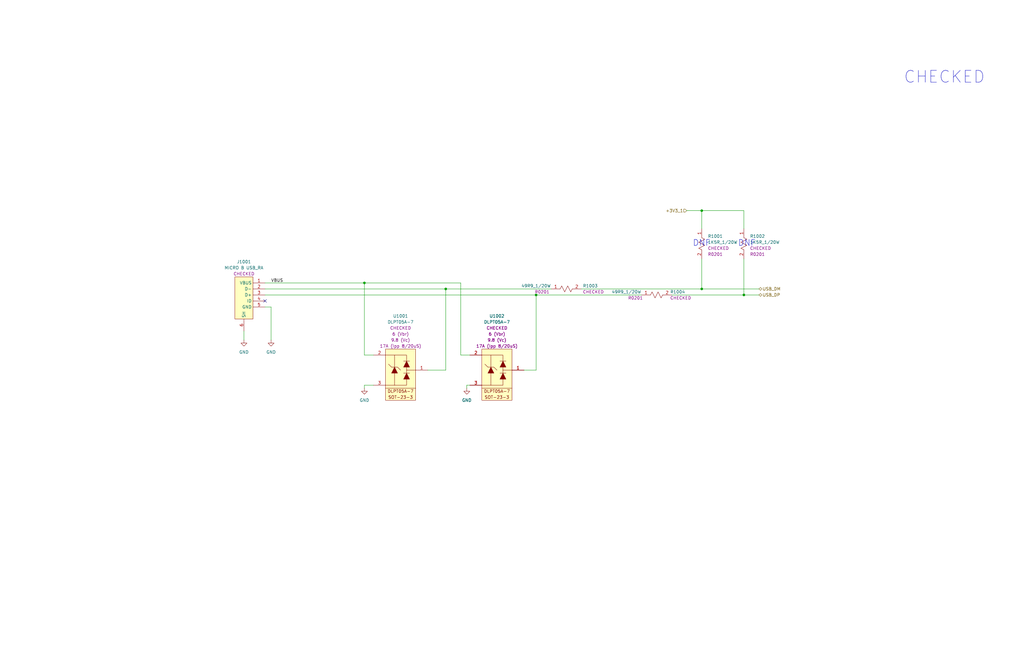
<source format=kicad_sch>
(kicad_sch (version 20230121) (generator eeschema)
  (paper "B")
  (title_block (title "Hot Plate") (date "09/15/2023") (rev "v1.0") (company "Mend0z0") (comment 1 "v1") (comment 3 "Siavash Taher Parvar") (comment 8 "N/A"))
  (lib_symbols
    (symbol "_SCHLIB_HotPlate:CONN_USB MICRO B-10118194-0001LF"
      (property "Reference" "J" (at 2.54 2.54 0))
      (property "Value" "MICRO B USB_RA" (at 2.54 5.08 0))
      (property "SCH CHECK" "CHECKED" (at 2.54 20.32 0))
      (symbol "CONN_USB MICRO B-10118194-0001LF_0_1"
        (rectangle (start 0 0) (end 7.62 -17.78) (fill (type background)))
      )
      (symbol "CONN_USB MICRO B-10118194-0001LF_1_1"
        (pin passive line (at 12.7 -2.54 180) (length 5.08) (name "VBUS") (number "1"))
        (pin passive line (at 12.7 -5.08 180) (length 5.08) (name "D-") (number "2"))
        (pin passive line (at 12.7 -7.62 180) (length 5.08) (name "D+") (number "3"))
        (pin passive line (at 12.7 -10.16 180) (length 5.08) (name "ID") (number "4"))
        (pin passive line (at 12.7 -12.7 180) (length 5.08) (name "GND") (number "5"))
        (pin passive line (at 3.81 -22.86 90) (length 5.08) (name "SH") (number "6"))
      )
    )
    (symbol "_SCHLIB_HotPlate:RES_1K5R_1/20W_R0201"
      (property "Reference" "R" (at 2.54 5.08 0))
      (property "Value" "1K5R_1/20W" (at 2.54 7.62 0))
      (property "SCH CHECK" "CHECKED" (at 2.54 22.86 0))
      (property "Package" "R0201" (at 2.54 25.4 0))
      (symbol "RES_1K5R_1/20W_R0201_0_0"
        (polyline (pts (xy 3.81 0) (xy 4.445 1.27) (xy 5.715 -1.27) (xy 6.985 1.27) (xy 8.255 -1.27) (xy 8.89 0)))
      )
      (symbol "RES_1K5R_1/20W_R0201_1_1"
        (pin passive line (at 0 0 0) (length 3.81) (name "") (number "1"))
        (pin passive line (at 12.7 0 180) (length 3.81) (name "") (number "2"))
      )
    )
    (symbol "_SCHLIB_HotPlate:RES_49R9_1/20W-R0201"
      (property "Reference" "R" (at 2.54 3.81 0))
      (property "Value" "49R9_1/20W" (at 2.54 6.35 0))
      (property "SCH CHECK" "CHECKED" (at 2.54 21.59 0))
      (property "Package" "R0201" (at 2.54 24.13 0))
      (symbol "RES_49R9_1/20W-R0201_0_0"
        (polyline (pts (xy 3.81 0) (xy 4.445 1.27) (xy 5.715 -1.27) (xy 6.985 1.27) (xy 8.255 -1.27) (xy 8.89 0)))
      )
      (symbol "RES_49R9_1/20W-R0201_1_1"
        (pin passive line (at 0 0 0) (length 3.81) (name "") (number "1"))
        (pin passive line (at 12.7 0 180) (length 3.81) (name "") (number "2"))
      )
    )
    (symbol "_SCHLIB_HotPlate:TVS_DLPT05A-7_SOT_23"
      (property "Reference" "U" (at 2.54 3.81 0))
      (property "Value" "DLPT05A-7" (at 2.54 6.35 0))
      (property "SCH CHECK" "CHECKED" (at 2.54 21.59 0))
      (property "Vbr" "6 (Vbr)" (at 2.54 26.67 0))
      (property "Vc" "9.8 (Vc)" (at 2.54 29.21 0))
      (property "Ipp" "17A (Ipp 8/20uS)" (at 2.54 24.13 0))
      (symbol "TVS_DLPT05A-7_SOT_23_0_0"
        (text "DLPT05A-7" (at 6.35 -17.78 0) (effects (font (size 1.27 1.27))))
        (text "SOT-23-3" (at 6.35 -20.32 0) (effects (font (size 1.27 1.27))))
      )
      (symbol "TVS_DLPT05A-7_SOT_23_0_1"
        (polyline (pts (xy 0 -16.51) (xy 12.7 -16.51)))
        (polyline (pts (xy 7.62 -10.16) (xy 10.16 -10.16)))
        (polyline (pts (xy 8.89 -8.89) (xy 8.89 -10.16)))
        (polyline (pts (xy 8.89 -7.62) (xy 8.89 -8.89)))
        (polyline (pts (xy 10.16 -5.08) (xy 7.62 -5.08)))
        (polyline (pts (xy 12.7 -8.89) (xy 8.89 -8.89)))
        (polyline (pts (xy 0 -2.54) (xy 3.81 -2.54) (xy 3.81 -7.62)))
        (polyline (pts (xy 3.81 -10.16) (xy 3.81 -15.24) (xy 0 -15.24)))
        (polyline (pts (xy 8.89 -12.7) (xy 8.89 -15.24) (xy 3.81 -15.24)))
        (polyline (pts (xy 8.89 -5.08) (xy 8.89 -2.54) (xy 3.81 -2.54)))
        (polyline (pts (xy 2.54 -10.16) (xy 5.08 -10.16) (xy 3.81 -7.62) (xy 2.54 -10.16)) (fill (type outline)))
        (polyline (pts (xy 6.35 -8.89) (xy 5.08 -7.62) (xy 2.54 -7.62) (xy 1.27 -6.35)))
        (polyline (pts (xy 7.62 -12.7) (xy 10.16 -12.7) (xy 8.89 -10.16) (xy 7.62 -12.7)) (fill (type outline)))
        (polyline (pts (xy 7.62 -7.62) (xy 10.16 -7.62) (xy 8.89 -5.08) (xy 7.62 -7.62)) (fill (type outline)))
        (rectangle (start 0 0) (end 12.7 -21.59) (fill (type background)))
      )
      (symbol "TVS_DLPT05A-7_SOT_23_1_1"
        (pin passive line (at 17.78 -8.89 180) (length 5.08) (name "") (number "1"))
        (pin passive line (at -5.08 -2.54 0) (length 5.08) (name "") (number "2"))
        (pin passive line (at -5.08 -15.24 0) (length 5.08) (name "") (number "3"))
      )
    )
    (symbol "power:GND" (power) (pin_names (offset 0))
      (property "Value" "GND" (at 0 -3.81 0))
      (symbol "GND_0_1"
        (polyline (pts (xy 0 0) (xy 0 -1.27) (xy 1.27 -1.27) (xy 0 -2.54) (xy -1.27 -1.27) (xy 0 -1.27)))
      )
      (symbol "GND_1_1"
        (pin power_in line (at 0 0 270) (length 0) hide (name "GND") (number "1"))
      )
    )
  )
  (junction (at 187.96 121.92))
  (junction (at 295.91 121.92))
  (junction (at 153.67 119.38))
  (junction (at 226.06 124.46))
  (junction (at 313.69 124.46))
  (junction (at 295.91 88.9))
  (no_connect (at 111.76 127))
  (wire (pts (xy 194.31 149.86) (xy 194.31 119.38)))
  (wire (pts (xy 111.76 124.46) (xy 226.06 124.46)))
  (wire (pts (xy 194.31 119.38) (xy 153.67 119.38)))
  (wire (pts (xy 111.76 129.54) (xy 114.3 129.54)))
  (wire (pts (xy 196.85 162.56) (xy 198.12 162.56)))
  (wire (pts (xy 283.21 124.46) (xy 313.69 124.46)))
  (wire (pts (xy 114.3 129.54) (xy 114.3 143.51)))
  (wire (pts (xy 313.69 109.22) (xy 313.69 124.46)))
  (wire (pts (xy 245.11 121.92) (xy 295.91 121.92)))
  (wire (pts (xy 313.69 96.52) (xy 313.69 88.9)))
  (wire (pts (xy 102.87 139.7) (xy 102.87 143.51)))
  (wire (pts (xy 313.69 124.46) (xy 320.04 124.46)))
  (wire (pts (xy 226.06 156.21) (xy 226.06 124.46)))
  (wire (pts (xy 220.98 156.21) (xy 226.06 156.21)))
  (wire (pts (xy 187.96 156.21) (xy 187.96 121.92)))
  (wire (pts (xy 187.96 121.92) (xy 232.41 121.92)))
  (wire (pts (xy 313.69 88.9) (xy 295.91 88.9)))
  (wire (pts (xy 111.76 119.38) (xy 153.67 119.38)))
  (wire (pts (xy 295.91 121.92) (xy 320.04 121.92)))
  (wire (pts (xy 289.56 88.9) (xy 295.91 88.9)))
  (wire (pts (xy 111.76 121.92) (xy 187.96 121.92)))
  (wire (pts (xy 196.85 163.83) (xy 196.85 162.56)))
  (wire (pts (xy 153.67 149.86) (xy 157.48 149.86)))
  (wire (pts (xy 198.12 149.86) (xy 194.31 149.86)))
  (wire (pts (xy 153.67 119.38) (xy 153.67 149.86)))
  (wire (pts (xy 180.34 156.21) (xy 187.96 156.21)))
  (wire (pts (xy 226.06 124.46) (xy 270.51 124.46)))
  (wire (pts (xy 295.91 88.9) (xy 295.91 96.52)))
  (wire (pts (xy 153.67 162.56) (xy 157.48 162.56)))
  (wire (pts (xy 295.91 109.22) (xy 295.91 121.92)))
  (wire (pts (xy 153.67 163.83) (xy 153.67 162.56)))
  (text "DNF" (at 311.15 104.14 0) (effects (font (size 2.54 2.54)) (justify left bottom)))
  (text "DNF" (at 292.1 104.14 0) (effects (font (size 2.54 2.54)) (justify left bottom)))
  (text "CHECKED" (at 381 35.56 0) (effects (font (size 5 5)) (justify left bottom)))
  (label "VBUS" (at 114.3 119.38 0))
  (hierarchical_label "USB_DP" (shape bidirectional) (at 320.04 124.46 0))
  (hierarchical_label "USB_DM" (shape bidirectional) (at 320.04 121.92 0))
  (hierarchical_label "+3V3_1" (shape input) (at 289.56 88.9 180))
  (symbol (lib_id "power:GND") (at 102.87 143.51 0) (unit 1)
    (property "Reference" "#PWR01001" (effects hide))
    (property "Value" "GND" (at 102.87 148.59 0))
  )
  (symbol (lib_id "_SCHLIB_HotPlate:TVS_DLPT05A-7_SOT_23") (at 203.2 147.32 0) (unit 1)
    (property "Reference" "U1002" (at 209.55 133.35 0))
    (property "Value" "DLPT05A-7" (at 209.55 135.89 0))
    (property "Footprint" "Package_TO_SOT_SMD:SOT-23" (effects hide))
    (property "Datasheet" "https://mm.digikey.com/Volume0/opasdata/d220001/medias/docus/4176/DLPT05A_Rev2-2_Nov2022.pdf" (effects hide))
    (property "Description" "9.8V Clamp 17A (8/20µs) Ipp Tvs Diode Surface Mount SOT-23-3" (effects hide))
    (property "Part Number" "DLPT05A-7" (effects hide))
    (property "Link" "https://www.digikey.ca/en/products/detail/diodes-incorporated/DLPT05A-7/17050612" (effects hide))
    (property "SCH CHECK" "CHECKED" (at 209.55 138.43 0))
    (property "Vbr" "6 (Vbr)" (at 209.55 140.97 0))
    (property "Vc" "9.8 (Vc)" (at 209.55 143.51 0))
    (property "Ipp" "17A (Ipp 8/20uS)" (at 209.55 146.05 0))
  )
  (symbol (lib_id "_SCHLIB_HotPlate:RES_1K5R_1/20W_R0201") (at 313.69 96.52 270) (unit 1)
    (property "Reference" "R1002" (at 316.23 99.695 90) (effects (justify left)))
    (property "Value" "1K5R_1/20W" (at 316.23 102.235 90) (effects (justify left)))
    (property "Footprint" "Resistor_SMD:R_0201_0603Metric" (effects hide))
    (property "Datasheet" "https://www.yageo.com/upload/media/product/productsearch/datasheet/rchip/PYu-RC_Group_51_RoHS_L_12.pdf" (effects hide))
    (property "Description" "1.4 kOhms ±1% 0.05W, 1/20W Chip Resistor 0201 (0603 Metric) Moisture Resistant Thick Film" (effects hide))
    (property "Part Number" "RC0201FR-071K4L" (effects hide))
    (property "Link" "https://www.digikey.ca/en/products/detail/yageo/RC0201FR-071K4L/5280343" (effects hide))
    (property "SCH CHECK" "CHECKED" (at 316.23 104.775 90) (effects (justify left)))
    (property "Package" "R0201" (at 316.23 107.315 90) (effects (justify left)))
  )
  (symbol (lib_id "_SCHLIB_HotPlate:RES_1K5R_1/20W_R0201") (at 295.91 96.52 270) (unit 1)
    (property "Reference" "R1001" (at 298.45 99.695 90) (effects (justify left)))
    (property "Value" "1K5R_1/20W" (at 298.45 102.235 90) (effects (justify left)))
    (property "Footprint" "Resistor_SMD:R_0201_0603Metric" (effects hide))
    (property "Datasheet" "https://www.yageo.com/upload/media/product/productsearch/datasheet/rchip/PYu-RC_Group_51_RoHS_L_12.pdf" (effects hide))
    (property "Description" "1.4 kOhms ±1% 0.05W, 1/20W Chip Resistor 0201 (0603 Metric) Moisture Resistant Thick Film" (effects hide))
    (property "Part Number" "RC0201FR-071K4L" (effects hide))
    (property "Link" "https://www.digikey.ca/en/products/detail/yageo/RC0201FR-071K4L/5280343" (effects hide))
    (property "SCH CHECK" "CHECKED" (at 298.45 104.775 90) (effects (justify left)))
    (property "Package" "R0201" (at 298.45 107.315 90) (effects (justify left)))
  )
  (symbol (lib_id "power:GND") (at 196.85 163.83 0) (unit 1)
    (property "Reference" "#PWR01004" (effects hide))
    (property "Value" "GND" (at 196.85 168.91 0))
  )
  (symbol (lib_id "power:GND") (at 114.3 143.51 0) (unit 1)
    (property "Reference" "#PWR01002" (effects hide))
    (property "Value" "GND" (at 114.3 148.59 0))
  )
  (symbol (lib_id "_SCHLIB_HotPlate:TVS_DLPT05A-7_SOT_23") (at 162.56 147.32 0) (unit 1)
    (property "Reference" "U1001" (at 168.91 133.35 0))
    (property "Value" "DLPT05A-7" (at 168.91 135.89 0))
    (property "Footprint" "Package_TO_SOT_SMD:SOT-23" (effects hide))
    (property "Datasheet" "https://mm.digikey.com/Volume0/opasdata/d220001/medias/docus/4176/DLPT05A_Rev2-2_Nov2022.pdf" (effects hide))
    (property "Description" "9.8V Clamp 17A (8/20µs) Ipp Tvs Diode Surface Mount SOT-23-3" (effects hide))
    (property "Part Number" "DLPT05A-7" (effects hide))
    (property "Link" "https://www.digikey.ca/en/products/detail/diodes-incorporated/DLPT05A-7/17050612" (effects hide))
    (property "SCH CHECK" "CHECKED" (at 168.91 138.43 0))
    (property "Vbr" "6 (Vbr)" (at 168.91 140.97 0))
    (property "Vc" "9.8 (Vc)" (at 168.91 143.51 0))
    (property "Ipp" "17A (Ipp 8/20uS)" (at 168.91 146.05 0))
  )
  (symbol (lib_id "_SCHLIB_HotPlate:CONN_USB MICRO B-10118194-0001LF") (at 99.06 116.84 0) (unit 1)
    (property "Reference" "J1001" (at 102.87 110.49 0))
    (property "Value" "MICRO B USB_RA" (at 102.87 113.03 0))
    (property "Footprint" "Connector_USB:USB_Micro-B_Amphenol_10118194_Horizontal" (effects hide))
    (property "Datasheet" "https://www.amphenol-cs.com/media/wysiwyg/files/drawing/10118194.pdf" (effects hide))
    (property "Description" "USB - micro B USB 2.0 Receptacle Connector 5 Position Surface Mount, Right Angle; Through Hole" (effects hide))
    (property "Part Number" "10118194-0001LF" (effects hide))
    (property "Link" "https://www.digikey.ca/en/products/detail/amphenol-cs-fci/10118194-0001LF/2785389" (effects hide))
    (property "SCH CHECK" "CHECKED" (at 102.87 115.57 0))
  )
  (symbol (lib_id "_SCHLIB_HotPlate:RES_49R9_1/20W-R0201") (at 232.41 121.92 0) (unit 1)
    (property "Reference" "R1003" (at 248.92 120.65 0))
    (property "Value" "49R9_1/20W" (at 226.06 120.65 0))
    (property "Footprint" "Resistor_SMD:R_0201_0603Metric" (effects hide))
    (property "Datasheet" "https://www.seielect.com/Catalog/SEI-RMCF_RMCP.pdf" (effects hide))
    (property "Description" "49.9 Ohms ±1% 0.05W, 1/20W Chip Resistor 0201 (0603 Metric) Thick Film" (effects hide))
    (property "Part Number" "RMCF0201FT49R9" (effects hide))
    (property "Link" "https://www.digikey.ca/en/products/detail/stackpole-electronics-inc/RMCF0201FT49R9/1715030" (effects hide))
    (property "SCH CHECK" "CHECKED" (at 250.19 123.19 0))
    (property "Package" "R0201" (at 228.6 123.19 0))
  )
  (symbol (lib_id "_SCHLIB_HotPlate:RES_49R9_1/20W-R0201") (at 270.51 124.46 0) (unit 1)
    (property "Reference" "R1004" (at 285.75 123.19 0))
    (property "Value" "49R9_1/20W" (at 264.16 123.19 0))
    (property "Footprint" "Resistor_SMD:R_0201_0603Metric" (effects hide))
    (property "Datasheet" "https://www.seielect.com/Catalog/SEI-RMCF_RMCP.pdf" (effects hide))
    (property "Description" "49.9 Ohms ±1% 0.05W, 1/20W Chip Resistor 0201 (0603 Metric) Thick Film" (effects hide))
    (property "Part Number" "RMCF0201FT49R9" (effects hide))
    (property "Link" "https://www.digikey.ca/en/products/detail/stackpole-electronics-inc/RMCF0201FT49R9/1715030" (effects hide))
    (property "SCH CHECK" "CHECKED" (at 287.02 125.73 0))
    (property "Package" "R0201" (at 267.97 125.73 0))
  )
  (symbol (lib_id "power:GND") (at 153.67 163.83 0) (unit 1)
    (property "Reference" "#PWR01003" (effects hide))
    (property "Value" "GND" (at 153.67 168.91 0))
  )
)
</source>
